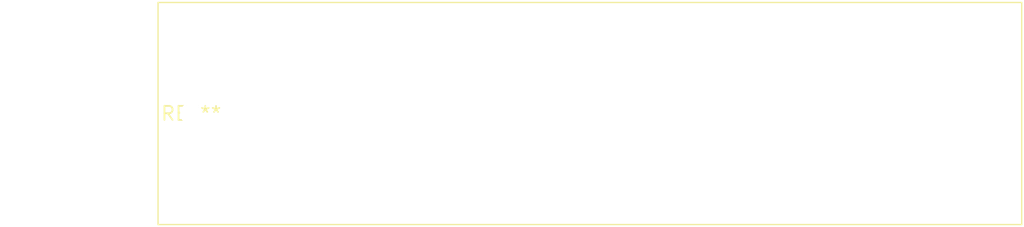
<source format=kicad_pcb>
(kicad_pcb (version 20240108) (generator pcbnew)
  (layers (0 "F.Cu" signal) (31 "B.Cu" signal) (34 "B.Paste" user) (35 "F.Paste" user) (36 "B.SilkS" user "B.Silkscreen") (37 "F.SilkS" user "F.Silkscreen") (38 "B.Mask" user) (39 "F.Mask" user) (44 "Edge.Cuts" user))
  (net 0 "")
  (footprint "BatteryHolder_MPD_BH-18650-PC2" (layer "F.Cu") (at 0 0)
    (property "Reference" "REF**")
    (property "Value" "BatteryHolder_MPD_BH-18650-PC2")
    (fp_line (start -3 -10.05) (end 75 -10.05) (layer "F.SilkS") (stroke (width 0.12)))
    (fp_line (start -3 10.05) (end -3 -10.05) (layer "F.SilkS") (stroke (width 0.12)))
    (fp_line (start 75 -10.05) (end 75 10.05) (layer "F.SilkS") (stroke (width 0.12)))
    (fp_line (start 75 10.05) (end -3 10.05) (layer "F.SilkS") (stroke (width 0.12)))
    (pad "" np_thru_hole circle (at 8.645 0) (size 3.2 3.2) (drill 3.2) (layers *.Cu *.Mask))
    (pad "" np_thru_hole circle (at 64.255 0) (size 3.2 3.2) (drill 3.2) (layers *.Cu *.Mask))
    (pad "1" thru_hole rect (at 0 0) (size 3.5 3.5) (drill 2) (layers *.Cu *.Mask) (remove_unused_layers))
    (pad "2" thru_hole circle (at 72 0) (size 3.5 3.5) (drill 2) (layers *.Cu *.Mask) (remove_unused_layers))
  )
)
</source>
